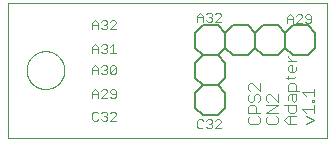
<source format=gto>
G75*
%MOIN*%
%OFA0B0*%
%FSLAX25Y25*%
%IPPOS*%
%LPD*%
%AMOC8*
5,1,8,0,0,1.08239X$1,22.5*
%
%ADD10C,0.00000*%
%ADD11C,0.00300*%
%ADD12C,0.00600*%
D10*
X0009000Y0009000D02*
X0009000Y0053961D01*
X0115201Y0053961D01*
X0115201Y0009000D01*
X0009000Y0009000D01*
X0015201Y0031500D02*
X0015203Y0031658D01*
X0015209Y0031816D01*
X0015219Y0031974D01*
X0015233Y0032132D01*
X0015251Y0032289D01*
X0015272Y0032446D01*
X0015298Y0032602D01*
X0015328Y0032758D01*
X0015361Y0032913D01*
X0015399Y0033066D01*
X0015440Y0033219D01*
X0015485Y0033371D01*
X0015534Y0033522D01*
X0015587Y0033671D01*
X0015643Y0033819D01*
X0015703Y0033965D01*
X0015767Y0034110D01*
X0015835Y0034253D01*
X0015906Y0034395D01*
X0015980Y0034535D01*
X0016058Y0034672D01*
X0016140Y0034808D01*
X0016224Y0034942D01*
X0016313Y0035073D01*
X0016404Y0035202D01*
X0016499Y0035329D01*
X0016596Y0035454D01*
X0016697Y0035576D01*
X0016801Y0035695D01*
X0016908Y0035812D01*
X0017018Y0035926D01*
X0017131Y0036037D01*
X0017246Y0036146D01*
X0017364Y0036251D01*
X0017485Y0036353D01*
X0017608Y0036453D01*
X0017734Y0036549D01*
X0017862Y0036642D01*
X0017992Y0036732D01*
X0018125Y0036818D01*
X0018260Y0036902D01*
X0018396Y0036981D01*
X0018535Y0037058D01*
X0018676Y0037130D01*
X0018818Y0037200D01*
X0018962Y0037265D01*
X0019108Y0037327D01*
X0019255Y0037385D01*
X0019404Y0037440D01*
X0019554Y0037491D01*
X0019705Y0037538D01*
X0019857Y0037581D01*
X0020010Y0037620D01*
X0020165Y0037656D01*
X0020320Y0037687D01*
X0020476Y0037715D01*
X0020632Y0037739D01*
X0020789Y0037759D01*
X0020947Y0037775D01*
X0021104Y0037787D01*
X0021263Y0037795D01*
X0021421Y0037799D01*
X0021579Y0037799D01*
X0021737Y0037795D01*
X0021896Y0037787D01*
X0022053Y0037775D01*
X0022211Y0037759D01*
X0022368Y0037739D01*
X0022524Y0037715D01*
X0022680Y0037687D01*
X0022835Y0037656D01*
X0022990Y0037620D01*
X0023143Y0037581D01*
X0023295Y0037538D01*
X0023446Y0037491D01*
X0023596Y0037440D01*
X0023745Y0037385D01*
X0023892Y0037327D01*
X0024038Y0037265D01*
X0024182Y0037200D01*
X0024324Y0037130D01*
X0024465Y0037058D01*
X0024604Y0036981D01*
X0024740Y0036902D01*
X0024875Y0036818D01*
X0025008Y0036732D01*
X0025138Y0036642D01*
X0025266Y0036549D01*
X0025392Y0036453D01*
X0025515Y0036353D01*
X0025636Y0036251D01*
X0025754Y0036146D01*
X0025869Y0036037D01*
X0025982Y0035926D01*
X0026092Y0035812D01*
X0026199Y0035695D01*
X0026303Y0035576D01*
X0026404Y0035454D01*
X0026501Y0035329D01*
X0026596Y0035202D01*
X0026687Y0035073D01*
X0026776Y0034942D01*
X0026860Y0034808D01*
X0026942Y0034672D01*
X0027020Y0034535D01*
X0027094Y0034395D01*
X0027165Y0034253D01*
X0027233Y0034110D01*
X0027297Y0033965D01*
X0027357Y0033819D01*
X0027413Y0033671D01*
X0027466Y0033522D01*
X0027515Y0033371D01*
X0027560Y0033219D01*
X0027601Y0033066D01*
X0027639Y0032913D01*
X0027672Y0032758D01*
X0027702Y0032602D01*
X0027728Y0032446D01*
X0027749Y0032289D01*
X0027767Y0032132D01*
X0027781Y0031974D01*
X0027791Y0031816D01*
X0027797Y0031658D01*
X0027799Y0031500D01*
X0027797Y0031342D01*
X0027791Y0031184D01*
X0027781Y0031026D01*
X0027767Y0030868D01*
X0027749Y0030711D01*
X0027728Y0030554D01*
X0027702Y0030398D01*
X0027672Y0030242D01*
X0027639Y0030087D01*
X0027601Y0029934D01*
X0027560Y0029781D01*
X0027515Y0029629D01*
X0027466Y0029478D01*
X0027413Y0029329D01*
X0027357Y0029181D01*
X0027297Y0029035D01*
X0027233Y0028890D01*
X0027165Y0028747D01*
X0027094Y0028605D01*
X0027020Y0028465D01*
X0026942Y0028328D01*
X0026860Y0028192D01*
X0026776Y0028058D01*
X0026687Y0027927D01*
X0026596Y0027798D01*
X0026501Y0027671D01*
X0026404Y0027546D01*
X0026303Y0027424D01*
X0026199Y0027305D01*
X0026092Y0027188D01*
X0025982Y0027074D01*
X0025869Y0026963D01*
X0025754Y0026854D01*
X0025636Y0026749D01*
X0025515Y0026647D01*
X0025392Y0026547D01*
X0025266Y0026451D01*
X0025138Y0026358D01*
X0025008Y0026268D01*
X0024875Y0026182D01*
X0024740Y0026098D01*
X0024604Y0026019D01*
X0024465Y0025942D01*
X0024324Y0025870D01*
X0024182Y0025800D01*
X0024038Y0025735D01*
X0023892Y0025673D01*
X0023745Y0025615D01*
X0023596Y0025560D01*
X0023446Y0025509D01*
X0023295Y0025462D01*
X0023143Y0025419D01*
X0022990Y0025380D01*
X0022835Y0025344D01*
X0022680Y0025313D01*
X0022524Y0025285D01*
X0022368Y0025261D01*
X0022211Y0025241D01*
X0022053Y0025225D01*
X0021896Y0025213D01*
X0021737Y0025205D01*
X0021579Y0025201D01*
X0021421Y0025201D01*
X0021263Y0025205D01*
X0021104Y0025213D01*
X0020947Y0025225D01*
X0020789Y0025241D01*
X0020632Y0025261D01*
X0020476Y0025285D01*
X0020320Y0025313D01*
X0020165Y0025344D01*
X0020010Y0025380D01*
X0019857Y0025419D01*
X0019705Y0025462D01*
X0019554Y0025509D01*
X0019404Y0025560D01*
X0019255Y0025615D01*
X0019108Y0025673D01*
X0018962Y0025735D01*
X0018818Y0025800D01*
X0018676Y0025870D01*
X0018535Y0025942D01*
X0018396Y0026019D01*
X0018260Y0026098D01*
X0018125Y0026182D01*
X0017992Y0026268D01*
X0017862Y0026358D01*
X0017734Y0026451D01*
X0017608Y0026547D01*
X0017485Y0026647D01*
X0017364Y0026749D01*
X0017246Y0026854D01*
X0017131Y0026963D01*
X0017018Y0027074D01*
X0016908Y0027188D01*
X0016801Y0027305D01*
X0016697Y0027424D01*
X0016596Y0027546D01*
X0016499Y0027671D01*
X0016404Y0027798D01*
X0016313Y0027927D01*
X0016224Y0028058D01*
X0016140Y0028192D01*
X0016058Y0028328D01*
X0015980Y0028465D01*
X0015906Y0028605D01*
X0015835Y0028747D01*
X0015767Y0028890D01*
X0015703Y0029035D01*
X0015643Y0029181D01*
X0015587Y0029329D01*
X0015534Y0029478D01*
X0015485Y0029629D01*
X0015440Y0029781D01*
X0015399Y0029934D01*
X0015361Y0030087D01*
X0015328Y0030242D01*
X0015298Y0030398D01*
X0015272Y0030554D01*
X0015251Y0030711D01*
X0015233Y0030868D01*
X0015219Y0031026D01*
X0015209Y0031184D01*
X0015203Y0031342D01*
X0015201Y0031500D01*
D11*
X0037150Y0031601D02*
X0039085Y0031601D01*
X0039085Y0032085D02*
X0039085Y0030150D01*
X0040097Y0030634D02*
X0040580Y0030150D01*
X0041548Y0030150D01*
X0042031Y0030634D01*
X0042031Y0031117D01*
X0041548Y0031601D01*
X0041064Y0031601D01*
X0041548Y0031601D02*
X0042031Y0032085D01*
X0042031Y0032569D01*
X0041548Y0033052D01*
X0040580Y0033052D01*
X0040097Y0032569D01*
X0039085Y0032085D02*
X0038117Y0033052D01*
X0037150Y0032085D01*
X0037150Y0030150D01*
X0043043Y0030634D02*
X0043043Y0032569D01*
X0043527Y0033052D01*
X0044494Y0033052D01*
X0044978Y0032569D01*
X0043043Y0030634D01*
X0043527Y0030150D01*
X0044494Y0030150D01*
X0044978Y0030634D01*
X0044978Y0032569D01*
X0044978Y0037150D02*
X0043043Y0037150D01*
X0044011Y0037150D02*
X0044011Y0040052D01*
X0043043Y0039085D01*
X0042031Y0039085D02*
X0041548Y0038601D01*
X0042031Y0038117D01*
X0042031Y0037634D01*
X0041548Y0037150D01*
X0040580Y0037150D01*
X0040097Y0037634D01*
X0039085Y0037150D02*
X0039085Y0039085D01*
X0038117Y0040052D01*
X0037150Y0039085D01*
X0037150Y0037150D01*
X0037150Y0038601D02*
X0039085Y0038601D01*
X0040097Y0039569D02*
X0040580Y0040052D01*
X0041548Y0040052D01*
X0042031Y0039569D01*
X0042031Y0039085D01*
X0041548Y0038601D02*
X0041064Y0038601D01*
X0040580Y0045150D02*
X0040097Y0045634D01*
X0040580Y0045150D02*
X0041548Y0045150D01*
X0042031Y0045634D01*
X0042031Y0046117D01*
X0041548Y0046601D01*
X0041064Y0046601D01*
X0041548Y0046601D02*
X0042031Y0047085D01*
X0042031Y0047569D01*
X0041548Y0048052D01*
X0040580Y0048052D01*
X0040097Y0047569D01*
X0039085Y0047085D02*
X0039085Y0045150D01*
X0037150Y0045150D02*
X0037150Y0047085D01*
X0038117Y0048052D01*
X0039085Y0047085D01*
X0039085Y0046601D02*
X0037150Y0046601D01*
X0043043Y0047569D02*
X0043527Y0048052D01*
X0044494Y0048052D01*
X0044978Y0047569D01*
X0044978Y0047085D01*
X0043043Y0045150D01*
X0044978Y0045150D01*
X0072150Y0047650D02*
X0072150Y0049585D01*
X0073117Y0050552D01*
X0074085Y0049585D01*
X0074085Y0047650D01*
X0075097Y0048134D02*
X0075580Y0047650D01*
X0076548Y0047650D01*
X0077031Y0048134D01*
X0077031Y0048617D01*
X0076548Y0049101D01*
X0076064Y0049101D01*
X0076548Y0049101D02*
X0077031Y0049585D01*
X0077031Y0050069D01*
X0076548Y0050552D01*
X0075580Y0050552D01*
X0075097Y0050069D01*
X0074085Y0049101D02*
X0072150Y0049101D01*
X0078043Y0050069D02*
X0078527Y0050552D01*
X0079494Y0050552D01*
X0079978Y0050069D01*
X0079978Y0049585D01*
X0078043Y0047650D01*
X0079978Y0047650D01*
X0102150Y0047150D02*
X0102150Y0049085D01*
X0103117Y0050052D01*
X0104085Y0049085D01*
X0104085Y0047150D01*
X0105097Y0047150D02*
X0107031Y0049085D01*
X0107031Y0049569D01*
X0106548Y0050052D01*
X0105580Y0050052D01*
X0105097Y0049569D01*
X0104085Y0048601D02*
X0102150Y0048601D01*
X0105097Y0047150D02*
X0107031Y0047150D01*
X0108043Y0047634D02*
X0108527Y0047150D01*
X0109494Y0047150D01*
X0109978Y0047634D01*
X0109978Y0049569D01*
X0109494Y0050052D01*
X0108527Y0050052D01*
X0108043Y0049569D01*
X0108043Y0049085D01*
X0108527Y0048601D01*
X0109978Y0048601D01*
X0102381Y0036373D02*
X0102381Y0035756D01*
X0103616Y0034521D01*
X0104850Y0034521D02*
X0102381Y0034521D01*
X0102998Y0033307D02*
X0103616Y0033307D01*
X0103616Y0030838D01*
X0104233Y0030838D02*
X0102998Y0030838D01*
X0102381Y0031455D01*
X0102381Y0032690D01*
X0102998Y0033307D01*
X0104850Y0032690D02*
X0104850Y0031455D01*
X0104233Y0030838D01*
X0104850Y0029617D02*
X0104233Y0029000D01*
X0101764Y0029000D01*
X0102381Y0028383D02*
X0102381Y0029617D01*
X0102998Y0027168D02*
X0104233Y0027168D01*
X0104850Y0026551D01*
X0104850Y0024699D01*
X0106084Y0024699D02*
X0102381Y0024699D01*
X0102381Y0026551D01*
X0102998Y0027168D01*
X0107147Y0024092D02*
X0110850Y0024092D01*
X0110850Y0022858D02*
X0110850Y0025327D01*
X0108381Y0022858D02*
X0107147Y0024092D01*
X0104850Y0023485D02*
X0104850Y0021633D01*
X0104233Y0021016D01*
X0103616Y0021633D01*
X0103616Y0023485D01*
X0102998Y0023485D02*
X0104850Y0023485D01*
X0102998Y0023485D02*
X0102381Y0022868D01*
X0102381Y0021633D01*
X0098850Y0021016D02*
X0096381Y0023485D01*
X0095764Y0023485D01*
X0095147Y0022868D01*
X0095147Y0021633D01*
X0095764Y0021016D01*
X0095147Y0019802D02*
X0098850Y0019802D01*
X0095147Y0017333D01*
X0098850Y0017333D01*
X0098233Y0016119D02*
X0098850Y0015502D01*
X0098850Y0014267D01*
X0098233Y0013650D01*
X0095764Y0013650D01*
X0095147Y0014267D01*
X0095147Y0015502D01*
X0095764Y0016119D01*
X0092850Y0015502D02*
X0092233Y0016119D01*
X0092850Y0015502D02*
X0092850Y0014267D01*
X0092233Y0013650D01*
X0089764Y0013650D01*
X0089147Y0014267D01*
X0089147Y0015502D01*
X0089764Y0016119D01*
X0089147Y0017333D02*
X0089147Y0019185D01*
X0089764Y0019802D01*
X0090998Y0019802D01*
X0091616Y0019185D01*
X0091616Y0017333D01*
X0092850Y0017333D02*
X0089147Y0017333D01*
X0089764Y0021016D02*
X0090381Y0021016D01*
X0090998Y0021633D01*
X0090998Y0022868D01*
X0091616Y0023485D01*
X0092233Y0023485D01*
X0092850Y0022868D01*
X0092850Y0021633D01*
X0092233Y0021016D01*
X0089764Y0021016D02*
X0089147Y0021633D01*
X0089147Y0022868D01*
X0089764Y0023485D01*
X0089764Y0024699D02*
X0089147Y0025317D01*
X0089147Y0026551D01*
X0089764Y0027168D01*
X0090381Y0027168D01*
X0092850Y0024699D01*
X0092850Y0027168D01*
X0098850Y0023485D02*
X0098850Y0021016D01*
X0101147Y0019802D02*
X0104850Y0019802D01*
X0104850Y0017950D01*
X0104233Y0017333D01*
X0102998Y0017333D01*
X0102381Y0017950D01*
X0102381Y0019802D01*
X0107147Y0018568D02*
X0110850Y0018568D01*
X0110850Y0019802D02*
X0110850Y0017333D01*
X0110850Y0014884D02*
X0108381Y0016119D01*
X0108381Y0017333D02*
X0107147Y0018568D01*
X0104850Y0016119D02*
X0102381Y0016119D01*
X0101147Y0014884D01*
X0102381Y0013650D01*
X0104850Y0013650D01*
X0102998Y0013650D02*
X0102998Y0016119D01*
X0108381Y0013650D02*
X0110850Y0014884D01*
X0110850Y0021016D02*
X0110850Y0021633D01*
X0110233Y0021633D01*
X0110233Y0021016D01*
X0110850Y0021016D01*
X0079978Y0014569D02*
X0079978Y0014085D01*
X0078043Y0012150D01*
X0079978Y0012150D01*
X0077031Y0012634D02*
X0076548Y0012150D01*
X0075580Y0012150D01*
X0075097Y0012634D01*
X0074085Y0012634D02*
X0073601Y0012150D01*
X0072634Y0012150D01*
X0072150Y0012634D01*
X0072150Y0014569D01*
X0072634Y0015052D01*
X0073601Y0015052D01*
X0074085Y0014569D01*
X0075097Y0014569D02*
X0075580Y0015052D01*
X0076548Y0015052D01*
X0077031Y0014569D01*
X0077031Y0014085D01*
X0076548Y0013601D01*
X0077031Y0013117D01*
X0077031Y0012634D01*
X0076548Y0013601D02*
X0076064Y0013601D01*
X0078043Y0014569D02*
X0078527Y0015052D01*
X0079494Y0015052D01*
X0079978Y0014569D01*
X0044978Y0014650D02*
X0043043Y0014650D01*
X0044978Y0016585D01*
X0044978Y0017069D01*
X0044494Y0017552D01*
X0043527Y0017552D01*
X0043043Y0017069D01*
X0042031Y0017069D02*
X0042031Y0016585D01*
X0041548Y0016101D01*
X0042031Y0015617D01*
X0042031Y0015134D01*
X0041548Y0014650D01*
X0040580Y0014650D01*
X0040097Y0015134D01*
X0039085Y0015134D02*
X0038601Y0014650D01*
X0037634Y0014650D01*
X0037150Y0015134D01*
X0037150Y0017069D01*
X0037634Y0017552D01*
X0038601Y0017552D01*
X0039085Y0017069D01*
X0040097Y0017069D02*
X0040580Y0017552D01*
X0041548Y0017552D01*
X0042031Y0017069D01*
X0041548Y0016101D02*
X0041064Y0016101D01*
X0040097Y0022150D02*
X0042031Y0024085D01*
X0042031Y0024569D01*
X0041548Y0025052D01*
X0040580Y0025052D01*
X0040097Y0024569D01*
X0039085Y0024085D02*
X0039085Y0022150D01*
X0040097Y0022150D02*
X0042031Y0022150D01*
X0043043Y0022634D02*
X0043527Y0022150D01*
X0044494Y0022150D01*
X0044978Y0022634D01*
X0044978Y0024569D01*
X0044494Y0025052D01*
X0043527Y0025052D01*
X0043043Y0024569D01*
X0043043Y0024085D01*
X0043527Y0023601D01*
X0044978Y0023601D01*
X0039085Y0023601D02*
X0037150Y0023601D01*
X0037150Y0024085D02*
X0038117Y0025052D01*
X0039085Y0024085D01*
X0037150Y0024085D02*
X0037150Y0022150D01*
D12*
X0071500Y0024000D02*
X0071500Y0019000D01*
X0074000Y0016500D01*
X0079000Y0016500D01*
X0081500Y0019000D01*
X0081500Y0024000D01*
X0079000Y0026500D01*
X0074000Y0026500D01*
X0071500Y0029000D01*
X0071500Y0034000D01*
X0074000Y0036500D01*
X0079000Y0036500D01*
X0081500Y0039000D01*
X0081500Y0044000D01*
X0079000Y0046500D01*
X0074000Y0046500D01*
X0071500Y0044000D01*
X0071500Y0039000D01*
X0074000Y0036500D01*
X0079000Y0036500D01*
X0081500Y0034000D01*
X0081500Y0029000D01*
X0079000Y0026500D01*
X0074000Y0026500D01*
X0071500Y0024000D01*
X0084000Y0036500D02*
X0089000Y0036500D01*
X0091500Y0039000D01*
X0091500Y0044000D01*
X0089000Y0046500D01*
X0084000Y0046500D01*
X0081500Y0044000D01*
X0081500Y0039000D01*
X0084000Y0036500D01*
X0091500Y0039000D02*
X0094000Y0036500D01*
X0099000Y0036500D01*
X0101500Y0039000D01*
X0101500Y0044000D01*
X0099000Y0046500D01*
X0094000Y0046500D01*
X0091500Y0044000D01*
X0091500Y0039000D01*
X0101500Y0039000D02*
X0101500Y0044000D01*
X0104000Y0046500D01*
X0109000Y0046500D01*
X0111500Y0044000D01*
X0111500Y0039000D01*
X0109000Y0036500D01*
X0104000Y0036500D01*
X0101500Y0039000D01*
M02*

</source>
